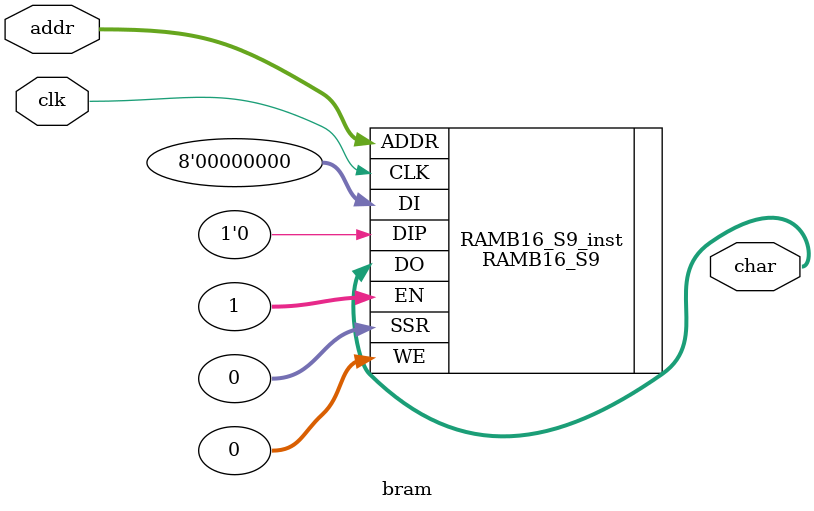
<source format=v>
module bram(clk,addr,char);

input clk;
input[0:10] addr;
output [7:0] char;




//  RAMB16_S9  : In order to incorporate this function into the design,
//   Verilog   : the forllowing instance declaration needs to be placed
//  instance   : in the body of the design code.  The instance name
// declaration : (RAMB16_S9_inst) and/or the port declarations within the
//    code     : parenthesis may be changed to properly reference and
//             : connect this function to the design.  All inputs
//             : and outputs must be connected.

//  <-----Cut code below this line---->

   // RAMB16_S9: 2k x 8 + 1 Parity bit Single-Port RAM
   //            Spartan-3E
   // Xilinx HDL Language Template, version 14.7

   RAMB16_S9 #(
      .INIT(9'h000),  // Value of output RAM registers at startup
      .SRVAL(9'h000), // Output value upon SSR assertion
      .WRITE_MODE("WRITE_FIRST"), // WRITE_FIRST, READ_FIRST or NO_CHANGE

      // The forllowing INIT_xx declarations specify the initial contents of the RAM
      // Address 0 to 511
      .INIT_00(256'h00_00_00_00_00_00_00_00_00_00_00_00_00_00_00_00_50_4F_4E_4D_4C_4B_4A_49_48_47_46_45_44_43_42_41),
      .INIT_01(256'h00_00_00_00_00_00_00_20_FF_6F_6E_6D_6C_6B_6A_69_68_67_66_65_64_63_62_61_00_00_00_00_00_00_00_00),
      .INIT_02(256'h00_00_00_00_00_00_00_00_00_00_00_00_00_00_00_00_00_00_00_00_00_00_00_00_00_00_00_00_00_00_00_00),
      .INIT_03(256'h00_00_00_00_00_00_00_00_00_00_00_00_00_00_00_00_00_00_00_00_00_00_00_00_00_00_00_00_00_00_00_00),
      .INIT_04(256'h00_00_00_00_00_00_00_00_00_00_00_00_00_00_00_00_00_00_00_00_00_00_00_00_00_00_00_00_00_00_00_00),
      .INIT_05(256'h00_00_00_00_00_00_00_00_00_00_00_00_00_00_00_00_00_00_00_00_00_00_00_00_00_00_00_00_00_00_00_00),
      .INIT_06(256'h00_00_00_00_00_00_00_00_00_00_00_00_00_00_00_00_00_00_00_00_00_00_00_00_00_00_00_00_00_00_00_00),
      .INIT_07(256'h00_00_00_00_00_00_00_00_00_00_00_00_00_00_00_00_00_00_00_00_00_00_00_00_00_00_00_00_00_00_00_00),
      .INIT_08(256'h00_00_00_00_00_00_00_00_00_00_00_00_00_00_00_00_00_00_00_00_00_00_00_00_00_00_00_00_00_00_00_00),
      .INIT_09(256'h00_00_00_00_00_00_00_00_00_00_00_00_00_00_00_00_00_00_00_00_00_00_00_00_00_00_00_00_00_00_00_00),
      .INIT_0A(256'h00_00_00_00_00_00_00_00_00_00_00_00_00_00_00_00_00_00_00_00_00_00_00_00_00_00_00_00_00_00_00_00),
      .INIT_0B(256'h00_00_00_00_00_00_00_00_00_00_00_00_00_00_00_00_00_00_00_00_00_00_00_00_00_00_00_00_00_00_00_00),
      .INIT_0C(256'h00_00_00_00_00_00_00_00_00_00_00_00_00_00_00_00_00_00_00_00_00_00_00_00_00_00_00_00_00_00_00_00),
      .INIT_0D(256'h00_00_00_00_00_00_00_00_00_00_00_00_00_00_00_00_00_00_00_00_00_00_00_00_00_00_00_00_00_00_00_00),
      .INIT_0E(256'h00_00_00_00_00_00_00_00_00_00_00_00_00_00_00_00_00_00_00_00_00_00_00_00_00_00_00_00_00_00_00_00),
      .INIT_0F(256'h00_00_00_00_00_00_00_00_00_00_00_00_00_00_00_00_00_00_00_00_00_00_00_00_00_00_00_00_00_00_00_00),
      // Address 512 to 1023
      .INIT_10(256'h00_00_00_00_00_00_00_00_00_00_00_00_00_00_00_00_00_00_00_00_00_00_00_00_00_00_00_00_00_00_00_00),
      .INIT_11(256'h00_00_00_00_00_00_00_00_00_00_00_00_00_00_00_00_00_00_00_00_00_00_00_00_00_00_00_00_00_00_00_00),
      .INIT_12(256'h00_00_00_00_00_00_00_00_00_00_00_00_00_00_00_00_00_00_00_00_00_00_00_00_00_00_00_00_00_00_00_00),
      .INIT_13(256'h00_00_00_00_00_00_00_00_00_00_00_00_00_00_00_00_00_00_00_00_00_00_00_00_00_00_00_00_00_00_00_00),
      .INIT_14(256'h00_00_00_00_00_00_00_00_00_00_00_00_00_00_00_00_00_00_00_00_00_00_00_00_00_00_00_00_00_00_00_00),
      .INIT_15(256'h00_00_00_00_00_00_00_00_00_00_00_00_00_00_00_00_00_00_00_00_00_00_00_00_00_00_00_00_00_00_00_00),
      .INIT_16(256'h00_00_00_00_00_00_00_00_00_00_00_00_00_00_00_00_00_00_00_00_00_00_00_00_00_00_00_00_00_00_00_00),
      .INIT_17(256'h00_00_00_00_00_00_00_00_00_00_00_00_00_00_00_00_00_00_00_00_00_00_00_00_00_00_00_00_00_00_00_00),
      .INIT_18(256'h00_00_00_00_00_00_00_00_00_00_00_00_00_00_00_00_00_00_00_00_00_00_00_00_00_00_00_00_00_00_00_00),
      .INIT_19(256'h00_00_00_00_00_00_00_00_00_00_00_00_00_00_00_00_00_00_00_00_00_00_00_00_00_00_00_00_00_00_00_00),
      .INIT_1A(256'h00_00_00_00_00_00_00_00_00_00_00_00_00_00_00_00_00_00_00_00_00_00_00_00_00_00_00_00_00_00_00_00),
      .INIT_1B(256'h00_00_00_00_00_00_00_00_00_00_00_00_00_00_00_00_00_00_00_00_00_00_00_00_00_00_00_00_00_00_00_00),
      .INIT_1C(256'h00_00_00_00_00_00_00_00_00_00_00_00_00_00_00_00_00_00_00_00_00_00_00_00_00_00_00_00_00_00_00_00),
      .INIT_1D(256'h00_00_00_00_00_00_00_00_00_00_00_00_00_00_00_00_00_00_00_00_00_00_00_00_00_00_00_00_00_00_00_00),
      .INIT_1E(256'h00_00_00_00_00_00_00_00_00_00_00_00_00_00_00_00_00_00_00_00_00_00_00_00_00_00_00_00_00_00_00_00),
      .INIT_1F(256'h00_00_00_00_00_00_00_00_00_00_00_00_00_00_00_00_00_00_00_00_00_00_00_00_00_00_00_00_00_00_00_00),
      // Address 1024 to 1535
      .INIT_20(256'h00_00_00_00_00_00_00_00_00_00_00_00_00_00_00_00_00_00_00_00_00_00_00_00_00_00_00_00_00_00_00_00),
      .INIT_21(256'h00_00_00_00_00_00_00_00_00_00_00_00_00_00_00_00_00_00_00_00_00_00_00_00_00_00_00_00_00_00_00_00),
      .INIT_22(256'h00_00_00_00_00_00_00_00_00_00_00_00_00_00_00_00_00_00_00_00_00_00_00_00_00_00_00_00_00_00_00_00),
      .INIT_23(256'h00_00_00_00_00_00_00_00_00_00_00_00_00_00_00_00_00_00_00_00_00_00_00_00_00_00_00_00_00_00_00_00),
      .INIT_24(256'h00_00_00_00_00_00_00_00_00_00_00_00_00_00_00_00_00_00_00_00_00_00_00_00_00_00_00_00_00_00_00_00),
      .INIT_25(256'h00_00_00_00_00_00_00_00_00_00_00_00_00_00_00_00_00_00_00_00_00_00_00_00_00_00_00_00_00_00_00_00),
      .INIT_26(256'h00_00_00_00_00_00_00_00_00_00_00_00_00_00_00_00_00_00_00_00_00_00_00_00_00_00_00_00_00_00_00_00),
      .INIT_27(256'h00_00_00_00_00_00_00_00_00_00_00_00_00_00_00_00_00_00_00_00_00_00_00_00_00_00_00_00_00_00_00_00),
      .INIT_28(256'h00_00_00_00_00_00_00_00_00_00_00_00_00_00_00_00_00_00_00_00_00_00_00_00_00_00_00_00_00_00_00_00),
      .INIT_29(256'h00_00_00_00_00_00_00_00_00_00_00_00_00_00_00_00_00_00_00_00_00_00_00_00_00_00_00_00_00_00_00_00),
      .INIT_2A(256'h00_00_00_00_00_00_00_00_00_00_00_00_00_00_00_00_00_00_00_00_00_00_00_00_00_00_00_00_00_00_00_00),
      .INIT_2B(256'h00_00_00_00_00_00_00_00_00_00_00_00_00_00_00_00_00_00_00_00_00_00_00_00_00_00_00_00_00_00_00_00),
      .INIT_2C(256'h00_00_00_00_00_00_00_00_00_00_00_00_00_00_00_00_00_00_00_00_00_00_00_00_00_00_00_00_00_00_00_00),
      .INIT_2D(256'h00_00_00_00_00_00_00_00_00_00_00_00_00_00_00_00_00_00_00_00_00_00_00_00_00_00_00_00_00_00_00_00),
      .INIT_2E(256'h00_00_00_00_00_00_00_00_00_00_00_00_00_00_00_00_00_00_00_00_00_00_00_00_00_00_00_00_00_00_00_00),
      .INIT_2F(256'h00_00_00_00_00_00_00_00_00_00_00_00_00_00_00_00_00_00_00_00_00_00_00_00_00_00_00_00_00_00_00_00),
      // Address 1536 to 2047
      .INIT_30(256'h00_00_00_00_00_00_00_00_00_00_00_00_00_00_00_00_00_00_00_00_00_00_00_00_00_00_00_00_00_00_00_00),
      .INIT_31(256'h00_00_00_00_00_00_00_00_00_00_00_00_00_00_00_00_00_00_00_00_00_00_00_00_00_00_00_00_00_00_00_00),
      .INIT_32(256'h00_00_00_00_00_00_00_00_00_00_00_00_00_00_00_00_00_00_00_00_00_00_00_00_00_00_00_00_00_00_00_00),
      .INIT_33(256'h00_00_00_00_00_00_00_00_00_00_00_00_00_00_00_00_00_00_00_00_00_00_00_00_00_00_00_00_00_00_00_00),
      .INIT_34(256'h00_00_00_00_00_00_00_00_00_00_00_00_00_00_00_00_00_00_00_00_00_00_00_00_00_00_00_00_00_00_00_00),
      .INIT_35(256'h00_00_00_00_00_00_00_00_00_00_00_00_00_00_00_00_00_00_00_00_00_00_00_00_00_00_00_00_00_00_00_00),
      .INIT_36(256'h00_00_00_00_00_00_00_00_00_00_00_00_00_00_00_00_00_00_00_00_00_00_00_00_00_00_00_00_00_00_00_00),
      .INIT_37(256'h00_00_00_00_00_00_00_00_00_00_00_00_00_00_00_00_00_00_00_00_00_00_00_00_00_00_00_00_00_00_00_00),
      .INIT_38(256'h00_00_00_00_00_00_00_00_00_00_00_00_00_00_00_00_00_00_00_00_00_00_00_00_00_00_00_00_00_00_00_00),
      .INIT_39(256'h00_00_00_00_00_00_00_00_00_00_00_00_00_00_00_00_00_00_00_00_00_00_00_00_00_00_00_00_00_00_00_00),
      .INIT_3A(256'h00_00_00_00_00_00_00_00_00_00_00_00_00_00_00_00_00_00_00_00_00_00_00_00_00_00_00_00_00_00_00_00),
      .INIT_3B(256'h00_00_00_00_00_00_00_00_00_00_00_00_00_00_00_00_00_00_00_00_00_00_00_00_00_00_00_00_00_00_00_00),
      .INIT_3C(256'h00_00_00_00_00_00_00_00_00_00_00_00_00_00_00_00_00_00_00_00_00_00_00_00_00_00_00_00_00_00_00_00),
      .INIT_3D(256'h00_00_00_00_00_00_00_00_00_00_00_00_00_00_00_00_00_00_00_00_00_00_00_00_00_00_00_00_00_00_00_00),
      .INIT_3E(256'h00_00_00_00_00_00_00_00_00_00_00_00_00_00_00_00_00_00_00_00_00_00_00_00_00_00_00_00_00_00_00_00),
      .INIT_3F(256'h00_00_00_00_00_00_00_00_00_00_00_00_00_00_00_00_00_00_00_00_00_00_00_00_00_00_00_00_00_00_00_00),

      // The next set of INITP_xx are for the parity bits
      // Address 0 to 511
      .INITP_00(256'h0000000000000000000000000000000000000000000000000000000000000000),
      .INITP_01(256'h0000000000000000000000000000000000000000000000000000000000000000),
      // Address 512 to 1023
      .INITP_02(256'h0000000000000000000000000000000000000000000000000000000000000000),
      .INITP_03(256'h0000000000000000000000000000000000000000000000000000000000000000),
      // Address 1024 to 1535
      .INITP_04(256'h0000000000000000000000000000000000000000000000000000000000000000),
      .INITP_05(256'h0000000000000000000000000000000000000000000000000000000000000000),
      // Address 1536 to 2047
      .INITP_06(256'h0000000000000000000000000000000000000000000000000000000000000000),
      .INITP_07(256'h0000000000000000000000000000000000000000000000000000000000000000)
   ) RAMB16_S9_inst (
      .DO(char),      // 8-bit Data Output
      //.DOP(1'b0),    // 1-bit parity Output
      .ADDR(addr),  // 11-bit Address Input
      .CLK(clk),    // Clock
      .DI(8'b0),      // 8-bit Data Input
      .DIP(1'b0),    // 1-bit parity Input
      .EN(32'b1),      // RAM Enable Input
      .SSR(32'b0),    // Synchronous Set/Reset Input
      .WE(32'b0)       // Write Enable Input
   );
endmodule
</source>
